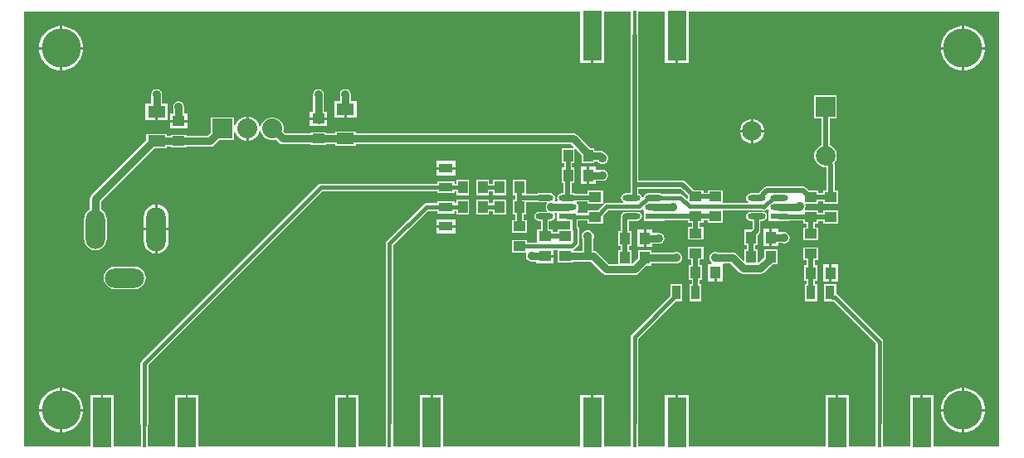
<source format=gtl>
G04*
G04 #@! TF.GenerationSoftware,Altium Limited,Altium Designer,26.1.1 (7)*
G04*
G04 Layer_Physical_Order=1*
G04 Layer_Color=255*
%FSLAX44Y44*%
%MOMM*%
G71*
G04*
G04 #@! TF.SameCoordinates,A118C6E1-3479-42CE-8D72-1BDF69DDE12E*
G04*
G04*
G04 #@! TF.FilePolarity,Positive*
G04*
G01*
G75*
%ADD15R,1.8000X1.1500*%
%ADD16R,1.9050X5.0800*%
G04:AMPARAMS|DCode=17|XSize=1.8052mm|YSize=0.6121mm|CornerRadius=0.3061mm|HoleSize=0mm|Usage=FLASHONLY|Rotation=180.000|XOffset=0mm|YOffset=0mm|HoleType=Round|Shape=RoundedRectangle|*
%AMROUNDEDRECTD17*
21,1,1.8052,0.0000,0,0,180.0*
21,1,1.1931,0.6121,0,0,180.0*
1,1,0.6121,-0.5966,0.0000*
1,1,0.6121,0.5966,0.0000*
1,1,0.6121,0.5966,0.0000*
1,1,0.6121,-0.5966,0.0000*
%
%ADD17ROUNDEDRECTD17*%
%ADD18R,1.0160X1.2700*%
%ADD19R,1.2700X1.0160*%
%ADD20R,1.4500X0.9500*%
%ADD21R,0.4500X5.0800*%
%ADD22R,1.8052X0.6121*%
%ADD23R,0.9500X1.4500*%
%ADD24C,2.0000*%
%ADD25R,2.0000X2.0000*%
%ADD26C,4.0000*%
%ADD27C,2.0320*%
%ADD28O,2.0000X4.5000*%
%ADD29R,2.0320X2.0320*%
%ADD30O,2.0000X4.0000*%
%ADD31O,4.0000X2.0000*%
%ADD32C,0.9000*%
%ADD33C,0.8000*%
%ADD34C,0.5000*%
%ADD35C,0.4500*%
G36*
X997451Y2549D02*
X930205D01*
Y55400D01*
X919430D01*
Y27500D01*
X916930D01*
Y55400D01*
X906155D01*
Y2549D01*
X878750D01*
Y27131D01*
X878823Y27500D01*
Y109750D01*
X878532Y111213D01*
X877704Y112454D01*
X832454Y157704D01*
X831213Y158532D01*
X831000Y158575D01*
Y168750D01*
X818500D01*
Y151250D01*
X826881D01*
X827250Y151177D01*
X828166D01*
X871177Y108166D01*
Y27500D01*
X871250Y27131D01*
Y2549D01*
X843845D01*
Y55400D01*
X833070D01*
Y27500D01*
X830570D01*
Y55400D01*
X819795D01*
Y2549D01*
X680205D01*
Y55400D01*
X669430D01*
Y27500D01*
X666930D01*
Y55400D01*
X656155D01*
Y2549D01*
X628750D01*
Y27131D01*
X628823Y27500D01*
Y113166D01*
X666907Y151250D01*
X674000D01*
Y168750D01*
X661500D01*
Y156657D01*
X622296Y117454D01*
X621468Y116213D01*
X621177Y114750D01*
Y27500D01*
X621250Y27131D01*
Y2549D01*
X593845D01*
Y55400D01*
X583070D01*
Y27500D01*
X580570D01*
Y55400D01*
X569795D01*
Y2549D01*
X430205D01*
Y55400D01*
X419430D01*
Y27500D01*
X416930D01*
Y55400D01*
X406155D01*
Y2549D01*
X378750D01*
Y27131D01*
X378823Y27500D01*
Y208416D01*
X414084Y243677D01*
X423750D01*
Y241000D01*
X441250D01*
Y243677D01*
X443260D01*
Y239650D01*
X456420D01*
Y255350D01*
X443260D01*
Y251324D01*
X441250D01*
Y253500D01*
X423750D01*
Y251324D01*
X412500D01*
X411037Y251033D01*
X409796Y250204D01*
X372296Y212704D01*
X371468Y211463D01*
X371177Y210000D01*
Y27500D01*
X371250Y27131D01*
Y2549D01*
X343845D01*
Y55400D01*
X333070D01*
Y27500D01*
X330570D01*
Y55400D01*
X319795D01*
Y2549D01*
X180205D01*
Y55400D01*
X169430D01*
Y27500D01*
X166930D01*
Y55400D01*
X156155D01*
Y2549D01*
X128750D01*
Y24631D01*
X128823Y25000D01*
Y85916D01*
X306584Y263677D01*
X423750D01*
Y261500D01*
X441250D01*
Y263677D01*
X443260D01*
Y259650D01*
X456420D01*
Y275350D01*
X443260D01*
Y271324D01*
X441250D01*
Y274000D01*
X423750D01*
Y271324D01*
X305000D01*
X303537Y271033D01*
X302297Y270204D01*
X122296Y90204D01*
X121468Y88963D01*
X121177Y87500D01*
Y25000D01*
X121250Y24631D01*
Y2549D01*
X93845D01*
Y55400D01*
X83070D01*
Y27500D01*
X80570D01*
Y55400D01*
X69795D01*
Y2549D01*
X2549D01*
Y447451D01*
X569795D01*
Y394600D01*
X580570D01*
Y422500D01*
X583070D01*
Y394600D01*
X593845D01*
Y447451D01*
X621250D01*
Y424088D01*
X621232Y424061D01*
X620922Y422500D01*
Y270500D01*
Y261650D01*
X616025D01*
X614245Y261296D01*
X612737Y260288D01*
X611729Y258780D01*
X611375Y257000D01*
X611729Y255221D01*
X612737Y253712D01*
X613662Y253093D01*
X613277Y251823D01*
X596930D01*
X595467Y251532D01*
X594226Y250704D01*
X593778Y250256D01*
X592850Y251123D01*
Y264240D01*
X577150D01*
Y261293D01*
X564254D01*
X564250Y261296D01*
X562470Y261650D01*
X561001D01*
Y272150D01*
X563920D01*
Y287850D01*
X561418D01*
Y292150D01*
X563920D01*
Y306353D01*
X565190Y306880D01*
X570972Y301097D01*
Y301080D01*
X571080Y300539D01*
Y292150D01*
X584240D01*
Y294009D01*
X587506D01*
X589101Y292413D01*
X591306Y291500D01*
X593694D01*
X595899Y292413D01*
X597587Y294101D01*
X598500Y296306D01*
Y298694D01*
X597587Y300899D01*
X595899Y302586D01*
X594490Y303170D01*
X594078Y303582D01*
X592259Y304797D01*
X590113Y305224D01*
X584240D01*
Y307850D01*
X580080D01*
X566465Y321465D01*
X564646Y322681D01*
X562500Y323108D01*
X340500D01*
Y324750D01*
X319500D01*
Y322948D01*
X310350D01*
Y323920D01*
X294650D01*
Y322948D01*
X268569D01*
X266741Y324776D01*
X267060Y325965D01*
Y329035D01*
X266265Y332001D01*
X264730Y334659D01*
X262559Y336830D01*
X259901Y338365D01*
X256935Y339160D01*
X253865D01*
X250899Y338365D01*
X248241Y336830D01*
X246070Y334659D01*
X244535Y332001D01*
X243875Y329539D01*
X242560D01*
X241797Y332387D01*
X240131Y335273D01*
X237773Y337631D01*
X234887Y339297D01*
X231667Y340160D01*
X231250D01*
Y327500D01*
Y314840D01*
X231667D01*
X234887Y315703D01*
X237773Y317369D01*
X240131Y319727D01*
X241797Y322613D01*
X242560Y325461D01*
X243875D01*
X244535Y322999D01*
X246070Y320341D01*
X248241Y318170D01*
X250899Y316635D01*
X253865Y315840D01*
X256935D01*
X259207Y316449D01*
X262281Y313375D01*
X264100Y312159D01*
X266246Y311732D01*
X294650D01*
Y310760D01*
X310350D01*
Y311732D01*
X319500D01*
Y310250D01*
X340500D01*
Y311892D01*
X560177D01*
X562949Y309120D01*
X562423Y307850D01*
X550760D01*
Y292150D01*
X553262D01*
Y287850D01*
X550760D01*
Y272150D01*
X552844D01*
Y261650D01*
X550539D01*
X548760Y261296D01*
X547251Y260288D01*
X546243Y258780D01*
X545889Y257000D01*
X546243Y255221D01*
X546806Y254378D01*
X546128Y253108D01*
X543872D01*
X543194Y254378D01*
X543757Y255221D01*
X544111Y257000D01*
X543757Y258780D01*
X542749Y260288D01*
X541240Y261296D01*
X539461Y261650D01*
X527530D01*
X525750Y261296D01*
X525424Y261078D01*
X514240D01*
Y275350D01*
X501080D01*
Y259650D01*
X503582D01*
Y257500D01*
X503582Y257500D01*
X503582Y257500D01*
Y255350D01*
X501080D01*
Y239650D01*
X503502D01*
Y234240D01*
X499650D01*
Y221080D01*
X515350D01*
Y234240D01*
X511658D01*
Y239650D01*
X514240D01*
Y252922D01*
X525424D01*
X525750Y252704D01*
X527530Y252350D01*
X535131D01*
X535327Y252158D01*
X535777Y251080D01*
X534819Y249646D01*
X534392Y247500D01*
X534819Y245354D01*
X535777Y243920D01*
X535247Y242650D01*
X527530D01*
X525750Y242296D01*
X524241Y241288D01*
X523233Y239779D01*
X522880Y238000D01*
X523233Y236221D01*
X524241Y234712D01*
X525750Y233704D01*
X527530Y233350D01*
X529519D01*
Y224240D01*
X525850D01*
Y211164D01*
X515350D01*
Y213920D01*
X499650D01*
Y200760D01*
X514036D01*
X514683Y199840D01*
X514788Y199490D01*
X514392Y197500D01*
X514819Y195354D01*
X516035Y193535D01*
X516115Y193455D01*
X517934Y192239D01*
X520080Y191812D01*
X524850D01*
Y189760D01*
X542550D01*
Y196090D01*
X533700D01*
Y198590D01*
X542550D01*
Y203517D01*
X546800D01*
Y190760D01*
X562500D01*
Y191732D01*
X580681D01*
X592729Y179685D01*
X594548Y178469D01*
X596694Y178042D01*
X625080D01*
X627226Y178469D01*
X629045Y179685D01*
X637010Y187650D01*
X642240D01*
Y189892D01*
X665359D01*
X666307Y189500D01*
X668693D01*
X670899Y190413D01*
X672587Y192101D01*
X673500Y194307D01*
Y196693D01*
X672587Y198899D01*
X670899Y200587D01*
X668693Y201500D01*
X666307D01*
X665359Y201108D01*
X642240D01*
Y203350D01*
X629080D01*
Y195581D01*
X623190Y189691D01*
X621920Y190217D01*
Y203350D01*
X619418D01*
Y207650D01*
X621920D01*
Y223350D01*
X619418D01*
Y233350D01*
X627956D01*
X629735Y233704D01*
X631244Y234712D01*
X632252Y236220D01*
X632606Y238000D01*
X632252Y239779D01*
X631244Y241288D01*
X629735Y242296D01*
X627956Y242650D01*
X616025D01*
X614245Y242296D01*
X612737Y241288D01*
X611729Y239779D01*
X611375Y238000D01*
X611417Y237790D01*
X611262Y237012D01*
X611262Y237012D01*
Y223350D01*
X608760D01*
Y207650D01*
X611262D01*
Y203350D01*
X608760D01*
Y189258D01*
X599017D01*
X586969Y201305D01*
X585150Y202521D01*
X583108Y202927D01*
Y215359D01*
X583500Y216306D01*
Y218694D01*
X582587Y220899D01*
X580899Y222586D01*
X578694Y223500D01*
X576306D01*
X574101Y222586D01*
X572413Y220899D01*
X571500Y218694D01*
Y216306D01*
X571892Y215359D01*
Y202948D01*
X563526D01*
X563140Y204218D01*
X563767Y204636D01*
X567453Y208323D01*
X568282Y209564D01*
X568573Y211027D01*
Y224293D01*
X568282Y225756D01*
X567453Y226997D01*
X567104Y227346D01*
Y233847D01*
X577150D01*
Y230760D01*
X592850D01*
Y238513D01*
X598514Y244177D01*
X629903D01*
X631366Y244468D01*
X632606Y245296D01*
X632607Y245297D01*
X634053Y244947D01*
X634799Y243831D01*
X634474Y242561D01*
X634474D01*
Y233439D01*
X655526D01*
Y233842D01*
X679650D01*
Y231260D01*
X683422D01*
Y227240D01*
X679650D01*
Y214080D01*
X695350D01*
Y227240D01*
X691578D01*
Y231260D01*
X695350D01*
Y233762D01*
X699650D01*
Y231260D01*
X715350D01*
Y244177D01*
X755127D01*
X755440Y243968D01*
X756903Y243677D01*
X758366Y243968D01*
X759606Y244796D01*
X760107Y245297D01*
X761553Y244947D01*
X762299Y243831D01*
X761974Y242561D01*
X761974D01*
Y233439D01*
X783026D01*
Y233592D01*
X797150D01*
Y230760D01*
X800922D01*
Y226740D01*
X797150D01*
Y213580D01*
X812850D01*
Y226740D01*
X809078D01*
Y230760D01*
X812850D01*
Y233262D01*
X817150D01*
Y230760D01*
X832850D01*
Y243920D01*
X817150D01*
Y241418D01*
X812850D01*
Y243920D01*
X799416D01*
X798737Y245190D01*
X799181Y245854D01*
X799608Y248000D01*
X799248Y249810D01*
X799968Y251080D01*
X812850D01*
Y253582D01*
X817150D01*
Y251080D01*
X832850D01*
Y264240D01*
X829078D01*
Y290941D01*
X829078Y290941D01*
X828768Y292502D01*
X828767Y292503D01*
X829202Y292939D01*
X830716Y295561D01*
X831500Y298486D01*
Y301514D01*
X830716Y304439D01*
X829202Y307061D01*
X827061Y309202D01*
X824439Y310716D01*
X824078Y310813D01*
Y338500D01*
X831500D01*
Y361500D01*
X808500D01*
Y338500D01*
X815922D01*
Y310813D01*
X815561Y310716D01*
X812939Y309202D01*
X810798Y307061D01*
X809284Y304439D01*
X808500Y301514D01*
Y298486D01*
X809284Y295561D01*
X810798Y292939D01*
X812939Y290798D01*
X815561Y289284D01*
X818486Y288500D01*
X820922D01*
Y264240D01*
X817150D01*
Y261738D01*
X812850D01*
Y264240D01*
X802918D01*
X800024Y267134D01*
X798701Y268018D01*
X797140Y268328D01*
X797140Y268328D01*
X759741D01*
X758181Y268018D01*
X756857Y267134D01*
X756857Y267134D01*
X752787Y263063D01*
X751902Y261740D01*
X751885Y261650D01*
X743525D01*
X741745Y261296D01*
X740237Y260288D01*
X739229Y258780D01*
X738875Y257000D01*
X739229Y255221D01*
X740237Y253712D01*
X741162Y253093D01*
X740777Y251823D01*
X715350D01*
Y264740D01*
X699650D01*
Y262238D01*
X695350D01*
Y264740D01*
X685418D01*
X676774Y273384D01*
X675451Y274268D01*
X673890Y274578D01*
X673890Y274578D01*
X629078D01*
Y422500D01*
X628768Y424061D01*
X628750Y424088D01*
Y447451D01*
X656155D01*
Y394600D01*
X666930D01*
Y422500D01*
X669430D01*
Y394600D01*
X680205D01*
Y447451D01*
X997451D01*
Y2549D01*
D02*
G37*
G36*
X679650Y258972D02*
Y256343D01*
X678477Y255857D01*
X674630Y259704D01*
X673390Y260532D01*
X671927Y260823D01*
X653452D01*
X652745Y261296D01*
X650965Y261650D01*
X639035D01*
X637255Y261296D01*
X635746Y260288D01*
X634738Y258780D01*
X634624Y258207D01*
X633593Y257460D01*
X632435Y257860D01*
X632252Y258780D01*
X631244Y260288D01*
X629735Y261296D01*
X629078Y261427D01*
Y266422D01*
X672201D01*
X679650Y258972D01*
D02*
G37*
G36*
X577150Y251080D02*
X592807D01*
X593674Y250152D01*
X587443Y243920D01*
X577150D01*
Y241493D01*
X567521D01*
X567031Y242561D01*
D01*
X566706Y243831D01*
X567708Y245330D01*
X568140Y247500D01*
X567708Y249670D01*
X566479Y251509D01*
X565945Y251866D01*
X566330Y253136D01*
X577150D01*
Y251080D01*
D02*
G37*
G36*
X545979Y233439D02*
X559458D01*
Y225762D01*
X559508Y225510D01*
X558465Y224240D01*
X546800D01*
Y221738D01*
X541550D01*
Y224240D01*
X537676D01*
Y233350D01*
X539461D01*
X541240Y233704D01*
X542749Y234712D01*
X543757Y236221D01*
X544111Y238000D01*
X543757Y239779D01*
X543194Y240622D01*
X543872Y241892D01*
X545979D01*
Y233439D01*
D02*
G37*
%LPC*%
G36*
X962216Y432500D02*
X961250D01*
Y411250D01*
X982500D01*
Y412216D01*
X981635Y416563D01*
X979939Y420658D01*
X977477Y424343D01*
X974343Y427477D01*
X970658Y429939D01*
X966563Y431635D01*
X962216Y432500D01*
D02*
G37*
G36*
X958750D02*
X957784D01*
X953437Y431635D01*
X949342Y429939D01*
X945657Y427477D01*
X942523Y424343D01*
X940061Y420658D01*
X938365Y416563D01*
X937500Y412216D01*
Y411250D01*
X958750D01*
Y432500D01*
D02*
G37*
G36*
X42216D02*
X41250D01*
Y411250D01*
X62500D01*
Y412216D01*
X61635Y416563D01*
X59939Y420658D01*
X57477Y424343D01*
X54343Y427477D01*
X50658Y429939D01*
X46563Y431635D01*
X42216Y432500D01*
D02*
G37*
G36*
X38750D02*
X37784D01*
X33437Y431635D01*
X29342Y429939D01*
X25657Y427477D01*
X22523Y424343D01*
X20061Y420658D01*
X18365Y416563D01*
X17500Y412216D01*
Y411250D01*
X38750D01*
Y432500D01*
D02*
G37*
G36*
X982500Y408750D02*
X961250D01*
Y387500D01*
X962216D01*
X966563Y388365D01*
X970658Y390061D01*
X974343Y392523D01*
X977477Y395657D01*
X979939Y399342D01*
X981635Y403437D01*
X982500Y407784D01*
Y408750D01*
D02*
G37*
G36*
X958750D02*
X937500D01*
Y407784D01*
X938365Y403437D01*
X940061Y399342D01*
X942523Y395657D01*
X945657Y392523D01*
X949342Y390061D01*
X953437Y388365D01*
X957784Y387500D01*
X958750D01*
Y408750D01*
D02*
G37*
G36*
X62500D02*
X41250D01*
Y387500D01*
X42216D01*
X46563Y388365D01*
X50658Y390061D01*
X54343Y392523D01*
X57477Y395657D01*
X59939Y399342D01*
X61635Y403437D01*
X62500Y407784D01*
Y408750D01*
D02*
G37*
G36*
X38750D02*
X17500D01*
Y407784D01*
X18365Y403437D01*
X20061Y399342D01*
X22523Y395657D01*
X25657Y392523D01*
X29342Y390061D01*
X33437Y388365D01*
X37784Y387500D01*
X38750D01*
Y408750D01*
D02*
G37*
G36*
X330000Y368108D02*
X327854Y367681D01*
X326035Y366465D01*
X324819Y364646D01*
X324392Y362500D01*
Y355750D01*
X318500D01*
Y339250D01*
X328750D01*
Y347500D01*
X331250D01*
Y339250D01*
X341500D01*
Y355750D01*
X335608D01*
Y362500D01*
X335181Y364646D01*
X333965Y366465D01*
X332146Y367681D01*
X330000Y368108D01*
D02*
G37*
G36*
X302500D02*
X300354Y367681D01*
X298535Y366465D01*
X297319Y364646D01*
X296892Y362500D01*
Y345240D01*
X293650D01*
Y338910D01*
X302500D01*
X311350D01*
Y345240D01*
X308108D01*
Y362500D01*
X307681Y364646D01*
X306465Y366465D01*
X304646Y367681D01*
X302500Y368108D01*
D02*
G37*
G36*
X137500D02*
X135354Y367681D01*
X133535Y366465D01*
X132319Y364646D01*
X131892Y362500D01*
X131892Y362500D01*
Y353250D01*
X126000D01*
Y336750D01*
X136250D01*
Y345000D01*
X138750D01*
Y336750D01*
X149000D01*
Y353250D01*
X143108D01*
Y362500D01*
X142681Y364646D01*
X141465Y366465D01*
X139646Y367681D01*
X137500Y368108D01*
D02*
G37*
G36*
X160000Y355608D02*
X157854Y355181D01*
X156035Y353965D01*
X154819Y352146D01*
X154392Y350000D01*
Y342740D01*
X151150D01*
Y336410D01*
X160000D01*
X168850D01*
Y342740D01*
X165608D01*
Y350000D01*
X165181Y352146D01*
X163965Y353965D01*
X162146Y355181D01*
X160000Y355608D01*
D02*
G37*
G36*
X311350Y336410D02*
X302500D01*
X293650D01*
Y330080D01*
X311350D01*
Y336410D01*
D02*
G37*
G36*
X228750Y340160D02*
X228333D01*
X225113Y339297D01*
X222227Y337631D01*
X219869Y335273D01*
X218203Y332387D01*
X217530Y329876D01*
X216260Y330043D01*
Y339160D01*
X192940D01*
Y323770D01*
X189617Y320448D01*
X167850D01*
Y321420D01*
X152150D01*
Y320528D01*
X148000D01*
Y322250D01*
X127000D01*
Y315681D01*
X71035Y259715D01*
X69819Y257896D01*
X69392Y255750D01*
Y245125D01*
X69200Y245045D01*
X66798Y243202D01*
X64955Y240800D01*
X63796Y238002D01*
X63401Y235000D01*
Y215000D01*
X63796Y211998D01*
X64955Y209200D01*
X66798Y206798D01*
X69200Y204955D01*
X71998Y203796D01*
X75000Y203401D01*
X78002Y203796D01*
X80800Y204955D01*
X83202Y206798D01*
X85045Y209200D01*
X86204Y211998D01*
X86599Y215000D01*
Y235000D01*
X86204Y238002D01*
X85045Y240800D01*
X83202Y243202D01*
X80800Y245045D01*
X80608Y245125D01*
Y253427D01*
X134931Y307750D01*
X148000D01*
Y309312D01*
X152150D01*
Y308260D01*
X167850D01*
Y309232D01*
X191940D01*
X194086Y309659D01*
X195905Y310875D01*
X200870Y315840D01*
X216260D01*
Y324957D01*
X217530Y325124D01*
X218203Y322613D01*
X219869Y319727D01*
X222227Y317369D01*
X225113Y315703D01*
X228333Y314840D01*
X228750D01*
Y327500D01*
Y340160D01*
D02*
G37*
G36*
X168850Y333910D02*
X160000D01*
X151150D01*
Y327580D01*
X168850D01*
Y333910D01*
D02*
G37*
G36*
X746646Y337500D02*
X746250D01*
Y326250D01*
X757500D01*
Y326646D01*
X756648Y329825D01*
X755003Y332675D01*
X752675Y335003D01*
X749825Y336648D01*
X746646Y337500D01*
D02*
G37*
G36*
X743750D02*
X743354D01*
X740175Y336648D01*
X737325Y335003D01*
X734997Y332675D01*
X733352Y329825D01*
X732500Y326646D01*
Y326250D01*
X743750D01*
Y337500D01*
D02*
G37*
G36*
X757500Y323750D02*
X746250D01*
Y312500D01*
X746646D01*
X749825Y313352D01*
X752675Y314998D01*
X755003Y317325D01*
X756648Y320175D01*
X757500Y323354D01*
Y323750D01*
D02*
G37*
G36*
X743750D02*
X732500D01*
Y323354D01*
X733352Y320175D01*
X734997Y317325D01*
X737325Y314998D01*
X740175Y313352D01*
X743354Y312500D01*
X743750D01*
Y323750D01*
D02*
G37*
G36*
X442250Y294500D02*
X422750D01*
Y288500D01*
X432500D01*
X442250D01*
Y294500D01*
D02*
G37*
G36*
Y286000D02*
X432500D01*
X422750D01*
Y280000D01*
X442250D01*
Y286000D01*
D02*
G37*
G36*
X493920Y275350D02*
X480760D01*
Y271324D01*
X476740D01*
Y275350D01*
X463580D01*
Y259650D01*
X476740D01*
Y263677D01*
X480760D01*
Y259650D01*
X493920D01*
Y275350D01*
D02*
G37*
G36*
X585240Y288850D02*
X578910D01*
Y280000D01*
Y271150D01*
X585240D01*
Y274392D01*
X592500D01*
X594646Y274819D01*
X596465Y276035D01*
X597681Y277854D01*
X598108Y280000D01*
X597681Y282146D01*
X596465Y283965D01*
X594646Y285181D01*
X592500Y285608D01*
X585240D01*
Y288850D01*
D02*
G37*
G36*
X576410D02*
X570080D01*
Y271150D01*
X576410D01*
Y280000D01*
Y288850D01*
D02*
G37*
G36*
X493920Y255350D02*
X480760D01*
Y251324D01*
X476740D01*
Y255350D01*
X463580D01*
Y239650D01*
X476740D01*
Y243677D01*
X480760D01*
Y239650D01*
X493920D01*
Y255350D01*
D02*
G37*
G36*
X442250Y235000D02*
X422750D01*
Y229000D01*
X432500D01*
X442250D01*
Y235000D01*
D02*
G37*
G36*
X138250Y249943D02*
Y226250D01*
X149608D01*
Y237500D01*
X149178Y240763D01*
X147919Y243804D01*
X145915Y246415D01*
X143304Y248419D01*
X140263Y249678D01*
X138250Y249943D01*
D02*
G37*
G36*
X135750D02*
X133737Y249678D01*
X130696Y248419D01*
X128085Y246415D01*
X126081Y243804D01*
X124822Y240763D01*
X124392Y237500D01*
Y226250D01*
X135750D01*
Y249943D01*
D02*
G37*
G36*
X442250Y226500D02*
X432500D01*
X422750D01*
Y220500D01*
X442250D01*
Y226500D01*
D02*
G37*
G36*
X771740Y225350D02*
X765410D01*
Y216500D01*
Y207650D01*
X771740D01*
Y210892D01*
X775474D01*
X775583Y210819D01*
X777729Y210392D01*
X778000D01*
X780146Y210819D01*
X781965Y212035D01*
X783181Y213854D01*
X783608Y216000D01*
X783181Y218146D01*
X781965Y219965D01*
X780146Y221181D01*
X780114Y221187D01*
X779375Y221681D01*
X777229Y222108D01*
X771740D01*
Y225350D01*
D02*
G37*
G36*
X762910D02*
X756580D01*
Y207650D01*
X762910D01*
Y216500D01*
Y225350D01*
D02*
G37*
G36*
X643240Y224350D02*
X636910D01*
Y215500D01*
Y206650D01*
X643240D01*
Y209892D01*
X650000D01*
X652146Y210319D01*
X653965Y211535D01*
X655181Y213354D01*
X655608Y215500D01*
X655181Y217646D01*
X653965Y219465D01*
X652146Y220681D01*
X650000Y221108D01*
X643240D01*
Y224350D01*
D02*
G37*
G36*
X634410D02*
X628080D01*
Y206650D01*
X634410D01*
Y215500D01*
Y224350D01*
D02*
G37*
G36*
X149608Y223750D02*
X138250D01*
Y200057D01*
X140263Y200322D01*
X143304Y201581D01*
X145915Y203585D01*
X147919Y206196D01*
X149178Y209237D01*
X149608Y212500D01*
Y223750D01*
D02*
G37*
G36*
X135750D02*
X124392D01*
Y212500D01*
X124822Y209237D01*
X126081Y206196D01*
X128085Y203585D01*
X130696Y201581D01*
X133737Y200322D01*
X135750Y200057D01*
Y223750D01*
D02*
G37*
G36*
X755456Y242650D02*
X743525D01*
X741745Y242296D01*
X740237Y241288D01*
X739229Y239779D01*
X738875Y238000D01*
X739229Y236220D01*
X740237Y234712D01*
X741745Y233704D01*
X743525Y233350D01*
X745412D01*
Y225110D01*
X744652Y224350D01*
X737260D01*
Y208650D01*
X739762D01*
Y204350D01*
X737260D01*
Y193080D01*
X736087Y192594D01*
X729216Y199465D01*
X727396Y200681D01*
X725250Y201108D01*
X709640D01*
X708693Y201500D01*
X706307D01*
X704101Y200587D01*
X702413Y198899D01*
X701500Y196693D01*
Y194307D01*
X702413Y192101D01*
X703895Y190620D01*
X703670Y189644D01*
X703505Y189350D01*
X700080D01*
Y171650D01*
X706410D01*
Y180500D01*
X708910D01*
Y171650D01*
X715240D01*
Y188622D01*
X715240Y189350D01*
X716285Y189892D01*
X722927D01*
X732135Y180685D01*
X733954Y179469D01*
X736100Y179042D01*
X753580D01*
X755726Y179469D01*
X757545Y180685D01*
X765510Y188650D01*
X770740D01*
Y204350D01*
X757580D01*
Y196581D01*
X751690Y190691D01*
X750420Y191217D01*
Y204350D01*
X747918D01*
Y208650D01*
X750420D01*
Y218582D01*
X752374Y220536D01*
X752374Y220536D01*
X753258Y221860D01*
X753569Y223420D01*
Y233350D01*
X755456D01*
X757235Y233704D01*
X758744Y234712D01*
X759752Y236220D01*
X760106Y238000D01*
X759752Y239779D01*
X758744Y241288D01*
X757235Y242296D01*
X755456Y242650D01*
D02*
G37*
G36*
X832740Y188850D02*
X826410D01*
Y180000D01*
Y171150D01*
X832740D01*
Y188850D01*
D02*
G37*
G36*
X823910D02*
X817580D01*
Y171150D01*
X823910D01*
Y180000D01*
Y188850D01*
D02*
G37*
G36*
X115000Y186599D02*
X95000D01*
X91998Y186204D01*
X89200Y185045D01*
X86798Y183202D01*
X84955Y180800D01*
X83796Y178002D01*
X83401Y175000D01*
X83796Y171998D01*
X84955Y169200D01*
X86798Y166798D01*
X89200Y164955D01*
X91998Y163796D01*
X95000Y163401D01*
X115000D01*
X118002Y163796D01*
X120800Y164955D01*
X123202Y166798D01*
X125045Y169200D01*
X126204Y171998D01*
X126599Y175000D01*
X126204Y178002D01*
X125045Y180800D01*
X123202Y183202D01*
X120800Y185045D01*
X118002Y186204D01*
X115000Y186599D01*
D02*
G37*
G36*
X812850Y206420D02*
X797150D01*
Y193260D01*
X800842D01*
Y187850D01*
X798260D01*
Y172150D01*
X800967D01*
Y168750D01*
X799000D01*
Y151250D01*
X811500D01*
Y168750D01*
X809123D01*
Y172150D01*
X811420D01*
Y187850D01*
X808998D01*
Y193260D01*
X812850D01*
Y206420D01*
D02*
G37*
G36*
X695350Y206920D02*
X679650D01*
Y193760D01*
X683342D01*
Y188350D01*
X680760D01*
Y172650D01*
X683467D01*
Y168750D01*
X681000D01*
Y151250D01*
X693500D01*
Y168750D01*
X691623D01*
Y172650D01*
X693920D01*
Y188350D01*
X691498D01*
Y193760D01*
X695350D01*
Y206920D01*
D02*
G37*
G36*
X962216Y62500D02*
X961250D01*
Y41250D01*
X982500D01*
Y42216D01*
X981635Y46563D01*
X979939Y50658D01*
X977477Y54343D01*
X974343Y57477D01*
X970658Y59939D01*
X966563Y61635D01*
X962216Y62500D01*
D02*
G37*
G36*
X958750D02*
X957784D01*
X953437Y61635D01*
X949342Y59939D01*
X945657Y57477D01*
X942523Y54343D01*
X940061Y50658D01*
X938365Y46563D01*
X937500Y42216D01*
Y41250D01*
X958750D01*
Y62500D01*
D02*
G37*
G36*
X42216D02*
X41250D01*
Y41250D01*
X62500D01*
Y42216D01*
X61635Y46563D01*
X59939Y50658D01*
X57477Y54343D01*
X54343Y57477D01*
X50658Y59939D01*
X46563Y61635D01*
X42216Y62500D01*
D02*
G37*
G36*
X38750D02*
X37784D01*
X33437Y61635D01*
X29342Y59939D01*
X25657Y57477D01*
X22523Y54343D01*
X20061Y50658D01*
X18365Y46563D01*
X17500Y42216D01*
Y41250D01*
X38750D01*
Y62500D01*
D02*
G37*
G36*
X982500Y38750D02*
X961250D01*
Y17500D01*
X962216D01*
X966563Y18365D01*
X970658Y20061D01*
X974343Y22523D01*
X977477Y25657D01*
X979939Y29342D01*
X981635Y33437D01*
X982500Y37784D01*
Y38750D01*
D02*
G37*
G36*
X958750D02*
X937500D01*
Y37784D01*
X938365Y33437D01*
X940061Y29342D01*
X942523Y25657D01*
X945657Y22523D01*
X949342Y20061D01*
X953437Y18365D01*
X957784Y17500D01*
X958750D01*
Y38750D01*
D02*
G37*
G36*
X62500D02*
X41250D01*
Y17500D01*
X42216D01*
X46563Y18365D01*
X50658Y20061D01*
X54343Y22523D01*
X57477Y25657D01*
X59939Y29342D01*
X61635Y33437D01*
X62500Y37784D01*
Y38750D01*
D02*
G37*
G36*
X38750D02*
X17500D01*
Y37784D01*
X18365Y33437D01*
X20061Y29342D01*
X22523Y25657D01*
X25657Y22523D01*
X29342Y20061D01*
X33437Y18365D01*
X37784Y17500D01*
X38750D01*
Y38750D01*
D02*
G37*
%LPD*%
D15*
X137500Y345000D02*
D03*
Y315000D02*
D03*
X330000Y317500D02*
D03*
Y347500D02*
D03*
D16*
X668180Y422500D02*
D03*
D03*
X581820D02*
D03*
X918180Y27500D02*
D03*
X831820D02*
D03*
D03*
X668180D02*
D03*
X581820D02*
D03*
D03*
X418180D02*
D03*
X331820D02*
D03*
D03*
X168180D02*
D03*
X81820D02*
D03*
D03*
D17*
X772500Y247500D02*
D03*
X645000D02*
D03*
X556505Y247500D02*
D03*
X772500Y257000D02*
D03*
X749490D02*
D03*
Y238000D02*
D03*
X621990Y257000D02*
D03*
Y238000D02*
D03*
X645000Y257000D02*
D03*
X533495Y238000D02*
D03*
Y257000D02*
D03*
X556505D02*
D03*
D18*
X577660Y280000D02*
D03*
X825160Y180000D02*
D03*
X764160Y216500D02*
D03*
X707660Y180500D02*
D03*
X635660Y215500D02*
D03*
X615340D02*
D03*
Y195500D02*
D03*
X635660D02*
D03*
X687340Y180500D02*
D03*
X743840Y216500D02*
D03*
Y196500D02*
D03*
X764160D02*
D03*
X577660Y300000D02*
D03*
X804840Y180000D02*
D03*
X507660Y247500D02*
D03*
Y267500D02*
D03*
X557340Y280000D02*
D03*
Y300000D02*
D03*
X470160Y247500D02*
D03*
X449840D02*
D03*
X470160Y267500D02*
D03*
X449840D02*
D03*
X487340Y247500D02*
D03*
Y267500D02*
D03*
D19*
X533700Y197340D02*
D03*
X302500Y337660D02*
D03*
X160000Y335160D02*
D03*
X302500Y317340D02*
D03*
X160000Y314840D02*
D03*
X687500Y200340D02*
D03*
Y220660D02*
D03*
Y237840D02*
D03*
Y258160D02*
D03*
X707500Y237840D02*
D03*
Y258160D02*
D03*
X805000Y237340D02*
D03*
X825000D02*
D03*
X805000Y220160D02*
D03*
X585000Y237340D02*
D03*
X507500Y207340D02*
D03*
X805000Y257660D02*
D03*
X825000D02*
D03*
X554650Y197340D02*
D03*
X805000Y199840D02*
D03*
X507500Y227660D02*
D03*
X533700Y217660D02*
D03*
X554650D02*
D03*
X585000Y257660D02*
D03*
D20*
X432500Y287250D02*
D03*
Y227750D02*
D03*
Y247250D02*
D03*
Y267750D02*
D03*
D21*
X625000Y422500D02*
D03*
Y27500D02*
D03*
X875000D02*
D03*
X375000D02*
D03*
X125000D02*
D03*
D22*
X772500Y238000D02*
D03*
X645000D02*
D03*
X556505Y238000D02*
D03*
D23*
X687250Y160000D02*
D03*
X667750D02*
D03*
X824750D02*
D03*
X805250D02*
D03*
D24*
X745000Y325000D02*
D03*
X820000Y300000D02*
D03*
D25*
Y350000D02*
D03*
D26*
X960000Y410000D02*
D03*
Y40000D02*
D03*
X40000Y410000D02*
D03*
Y40000D02*
D03*
D27*
X230000Y327500D02*
D03*
X255400D02*
D03*
D28*
X137000Y225000D02*
D03*
D29*
X204600Y327500D02*
D03*
D30*
X75000Y225000D02*
D03*
D31*
X105000Y175000D02*
D03*
D32*
X330000Y362500D02*
D03*
X850000Y400000D02*
D03*
X900000D02*
D03*
X800000D02*
D03*
X750000Y350000D02*
D03*
X900000D02*
D03*
X950000D02*
D03*
X800000D02*
D03*
X850000D02*
D03*
X700000Y400000D02*
D03*
X750000D02*
D03*
X700000Y350000D02*
D03*
Y300000D02*
D03*
X900000D02*
D03*
X950000D02*
D03*
X850000D02*
D03*
Y250000D02*
D03*
X900000D02*
D03*
X950000D02*
D03*
X794000Y248000D02*
D03*
X750000Y300000D02*
D03*
X778000Y216000D02*
D03*
X640000Y370000D02*
D03*
Y390000D02*
D03*
Y350000D02*
D03*
X610000Y370000D02*
D03*
Y350000D02*
D03*
X640000Y330000D02*
D03*
Y310000D02*
D03*
X610000Y330000D02*
D03*
Y310000D02*
D03*
X500000Y400000D02*
D03*
X550000D02*
D03*
X610000Y390000D02*
D03*
X550000Y350000D02*
D03*
X450000D02*
D03*
X500000D02*
D03*
X640000Y290000D02*
D03*
X610000D02*
D03*
X592500Y280000D02*
D03*
X664229Y247500D02*
D03*
X650000Y215500D02*
D03*
X500000Y300000D02*
D03*
X540000Y247500D02*
D03*
X950000Y200000D02*
D03*
X900000D02*
D03*
Y150000D02*
D03*
X850000Y200000D02*
D03*
X855000Y150000D02*
D03*
X950000D02*
D03*
X885000Y120000D02*
D03*
X870000Y135000D02*
D03*
X845000Y115000D02*
D03*
X840000Y165000D02*
D03*
X815000Y145000D02*
D03*
X830000Y130000D02*
D03*
X750000Y150000D02*
D03*
Y100000D02*
D03*
X950000D02*
D03*
X890000Y80000D02*
D03*
Y100000D02*
D03*
X860000Y60000D02*
D03*
X890000D02*
D03*
X860000Y100000D02*
D03*
Y80000D02*
D03*
X800000Y100000D02*
D03*
X750000Y50000D02*
D03*
X800000D02*
D03*
X655000Y165000D02*
D03*
X640000Y150000D02*
D03*
X550000D02*
D03*
X665000Y135000D02*
D03*
X650000Y120000D02*
D03*
X625000Y135000D02*
D03*
X610000Y120000D02*
D03*
X520000Y197500D02*
D03*
X450000Y200000D02*
D03*
X500000Y100000D02*
D03*
Y150000D02*
D03*
X450000Y100000D02*
D03*
X700000D02*
D03*
X640000Y80000D02*
D03*
Y100000D02*
D03*
X610000Y60000D02*
D03*
X700000Y50000D02*
D03*
X640000Y60000D02*
D03*
X610000Y100000D02*
D03*
Y80000D02*
D03*
X550000Y100000D02*
D03*
X500000Y50000D02*
D03*
X550000D02*
D03*
X450000Y400000D02*
D03*
X400000D02*
D03*
Y350000D02*
D03*
X350000Y400000D02*
D03*
Y350000D02*
D03*
X400000Y300000D02*
D03*
X450000D02*
D03*
X350000D02*
D03*
X302500Y362500D02*
D03*
X300000Y300000D02*
D03*
X415000Y285000D02*
D03*
X375000D02*
D03*
X395000D02*
D03*
X405000Y215000D02*
D03*
X385000Y250000D02*
D03*
X375000Y235000D02*
D03*
X335000Y285000D02*
D03*
X355000D02*
D03*
X315000D02*
D03*
X325000Y250000D02*
D03*
X365000D02*
D03*
X360000Y220000D02*
D03*
X345000Y250000D02*
D03*
X305000Y245000D02*
D03*
X300000Y400000D02*
D03*
X150000D02*
D03*
X160000Y350000D02*
D03*
X200000Y300000D02*
D03*
X100000Y400000D02*
D03*
X137500Y362500D02*
D03*
X50000Y350000D02*
D03*
X100000Y300000D02*
D03*
Y350000D02*
D03*
X50000Y300000D02*
D03*
X295000Y280000D02*
D03*
X280000Y265000D02*
D03*
X250000Y250000D02*
D03*
X265000D02*
D03*
X290000Y230000D02*
D03*
X275000Y215000D02*
D03*
X250000Y235000D02*
D03*
X260000Y200000D02*
D03*
X150000Y250000D02*
D03*
X200000D02*
D03*
X50000D02*
D03*
X100000D02*
D03*
X235000Y220000D02*
D03*
X220000Y205000D02*
D03*
X50000Y200000D02*
D03*
X390000Y160000D02*
D03*
Y180000D02*
D03*
X450000Y150000D02*
D03*
X390000Y200000D02*
D03*
X360000Y140000D02*
D03*
X390000D02*
D03*
Y120000D02*
D03*
X360000D02*
D03*
Y100000D02*
D03*
Y180000D02*
D03*
Y160000D02*
D03*
X300000Y200000D02*
D03*
X360000D02*
D03*
X300000Y150000D02*
D03*
Y100000D02*
D03*
X250000Y150000D02*
D03*
Y100000D02*
D03*
X390000D02*
D03*
Y80000D02*
D03*
X360000D02*
D03*
Y60000D02*
D03*
X450000Y50000D02*
D03*
X390000Y60000D02*
D03*
X250000Y50000D02*
D03*
X300000D02*
D03*
X245000Y185000D02*
D03*
X230000Y170000D02*
D03*
X205000Y190000D02*
D03*
X190000Y175000D02*
D03*
X215000Y155000D02*
D03*
X200000Y140000D02*
D03*
X175000Y160000D02*
D03*
X185000Y125000D02*
D03*
X150000Y200000D02*
D03*
X100000Y150000D02*
D03*
Y200000D02*
D03*
X50000Y150000D02*
D03*
X160000Y145000D02*
D03*
X170000Y110000D02*
D03*
X145000Y130000D02*
D03*
X130000Y115000D02*
D03*
X200000Y100000D02*
D03*
X155000Y95000D02*
D03*
X115000Y100000D02*
D03*
X140000Y80000D02*
D03*
X200000Y50000D02*
D03*
X140000Y60000D02*
D03*
X110000Y80000D02*
D03*
Y60000D02*
D03*
X50000Y100000D02*
D03*
X100000D02*
D03*
X577500Y217500D02*
D03*
X592500Y297500D02*
D03*
X667500Y195500D02*
D03*
X707500D02*
D03*
D33*
X330000Y347500D02*
Y362500D01*
X793729Y248000D02*
X794000D01*
X793229Y247500D02*
X793729Y248000D01*
X772500Y247500D02*
X793229D01*
X777729Y216000D02*
X778000D01*
X764160Y216500D02*
X777229D01*
X777729Y216000D01*
X645000Y247500D02*
X664229D01*
X635660Y215500D02*
X650000D01*
X577660Y280000D02*
X592500D01*
X556505Y247500D02*
X556505Y247500D01*
X540000Y247500D02*
X556505D01*
X540000Y247500D02*
X540000Y247500D01*
X533620Y197420D02*
X533700Y197340D01*
X520080Y197420D02*
X533620D01*
X520000Y197500D02*
X520080Y197420D01*
X302500Y336580D02*
Y362500D01*
X137500D02*
X137500Y362500D01*
Y345000D02*
Y362500D01*
X160000Y335160D02*
Y350000D01*
X592229Y297500D02*
X592500D01*
X578044Y299616D02*
X590113D01*
X576580Y301080D02*
X578044Y299616D01*
X590113D02*
X592229Y297500D01*
X330000Y317500D02*
X562500D01*
X576580Y301080D02*
Y303420D01*
X562500Y317500D02*
X576580Y303420D01*
X329840Y317340D02*
X330000Y317500D01*
X302500Y317340D02*
X329840D01*
X266246D02*
X302500D01*
X256086Y327500D02*
X266246Y317340D01*
X255400Y327500D02*
X256086D01*
X191940Y314840D02*
X204600Y327500D01*
X160000Y314840D02*
X191940D01*
X134250Y315000D02*
X137500D01*
X137580Y314920D01*
X159920D01*
X160000Y314840D01*
X75000Y255750D02*
X134250Y315000D01*
X75000Y225000D02*
Y255750D01*
X577500Y197340D02*
Y217500D01*
Y197340D02*
X583004D01*
X635660Y194230D02*
Y195500D01*
X625080Y183650D02*
X635660Y194230D01*
X596694Y183650D02*
X625080D01*
X583004Y197340D02*
X596694Y183650D01*
X554650Y197340D02*
X577500D01*
X736100Y184650D02*
X753580D01*
X725250Y195500D02*
X736100Y184650D01*
X707500Y195500D02*
X725250D01*
X635660D02*
X667500D01*
X764160Y195230D02*
Y196500D01*
X753580Y184650D02*
X764160Y195230D01*
D34*
X625000Y270500D02*
Y422500D01*
X622614Y257000D02*
X623132Y257518D01*
X625000D02*
Y270500D01*
X622614Y257000D02*
X624482D01*
X621990D02*
X622614D01*
X624482D02*
X625000Y257518D01*
X687500Y258160D02*
X707500D01*
X686230D02*
X687500D01*
Y237840D02*
X707500D01*
X687420Y237920D02*
X687500Y237840D01*
X687420Y200260D02*
X687500Y200340D01*
Y220660D02*
Y237840D01*
X687545Y160705D02*
X687750Y160500D01*
X687420Y180580D02*
Y200260D01*
X687340Y180500D02*
X687420Y180580D01*
X687340Y180500D02*
X687545Y180295D01*
Y160705D02*
Y180295D01*
X615340Y195500D02*
Y215500D01*
Y237012D01*
X616328Y238000D01*
X645000D02*
X645080Y237920D01*
X616328Y238000D02*
X621990D01*
X625000Y270500D02*
X673890D01*
X686230Y258160D01*
X645080Y237920D02*
X687420D01*
X804670Y237670D02*
X805000Y237340D01*
X772830Y237670D02*
X804670D01*
X772500Y238000D02*
X772830Y237670D01*
X743840Y196500D02*
Y216500D01*
Y217770D02*
X749490Y223420D01*
Y238000D01*
Y257000D02*
X755152D01*
X755670Y257518D01*
Y260179D02*
X759741Y264250D01*
X797140D01*
X755670Y257518D02*
Y260179D01*
X803730Y257660D02*
X805000D01*
X825000D01*
X805000Y220160D02*
Y237340D01*
X825000D01*
X820000Y300000D02*
Y350000D01*
Y295941D02*
Y300000D01*
Y295941D02*
X825000Y290941D01*
Y257660D02*
Y290941D01*
X797140Y264250D02*
X803730Y257660D01*
X804840Y180000D02*
X804920Y180080D01*
Y199760D01*
X805000Y199840D01*
X557340Y280000D02*
Y300000D01*
X556922Y279582D02*
X557340Y280000D01*
X556922Y257418D02*
Y279582D01*
X556505Y257000D02*
X556922Y257418D01*
X804840Y180000D02*
X805045Y179795D01*
Y160205D02*
Y179795D01*
Y157705D02*
X805250Y157500D01*
X533597Y217763D02*
X533700Y217660D01*
X533597Y217763D02*
Y237898D01*
X533495Y238000D02*
X533597Y237898D01*
X533700Y217660D02*
X554650D01*
X508160Y257000D02*
X533495D01*
X507660Y257500D02*
X508160Y257000D01*
X507660Y247500D02*
Y257500D01*
Y267500D01*
X507580Y247420D02*
X507660Y247500D01*
X507580Y227740D02*
Y247420D01*
X507500Y227660D02*
X507580Y227740D01*
X584554Y257215D02*
X585000Y257660D01*
X556719Y257215D02*
X584554D01*
X556505Y257000D02*
X556719Y257215D01*
D35*
X875000Y27500D02*
Y109750D01*
X829750Y155000D02*
X875000Y109750D01*
X625000Y27500D02*
Y114750D01*
X667750Y157500D01*
Y160000D01*
X824750Y157500D02*
Y160000D01*
X827250Y155000D02*
X829750D01*
X824750Y157500D02*
X827250Y155000D01*
X412500Y247500D02*
X449840D01*
X375000Y210000D02*
X412500Y247500D01*
X375000Y27500D02*
Y210000D01*
X435000Y267500D02*
X449840D01*
X125000Y25000D02*
Y87500D01*
X305000Y267500D02*
X435000D01*
X125000Y87500D02*
X305000Y267500D01*
X562800Y237670D02*
X586600D01*
X596930Y248000D01*
X629903D01*
X756403D02*
X756903Y247500D01*
X680927Y248000D02*
X756403D01*
X645000Y257000D02*
X671927D01*
X629903Y248000D02*
X638903Y257000D01*
X645000D01*
X671927D02*
X680927Y248000D01*
X756903Y247500D02*
X766403Y257000D01*
X772500D01*
X507500Y207340D02*
X561063D01*
X563281Y225762D02*
X564750Y224293D01*
Y211027D02*
Y224293D01*
X563281Y225762D02*
Y237189D01*
X562800Y237670D02*
X563281Y237189D01*
X561063Y207340D02*
X564750Y211027D01*
X556835Y237670D02*
X562800D01*
X556505Y238000D02*
X556835Y237670D01*
X470160Y247500D02*
X487340D01*
X470160Y267500D02*
X487340D01*
M02*

</source>
